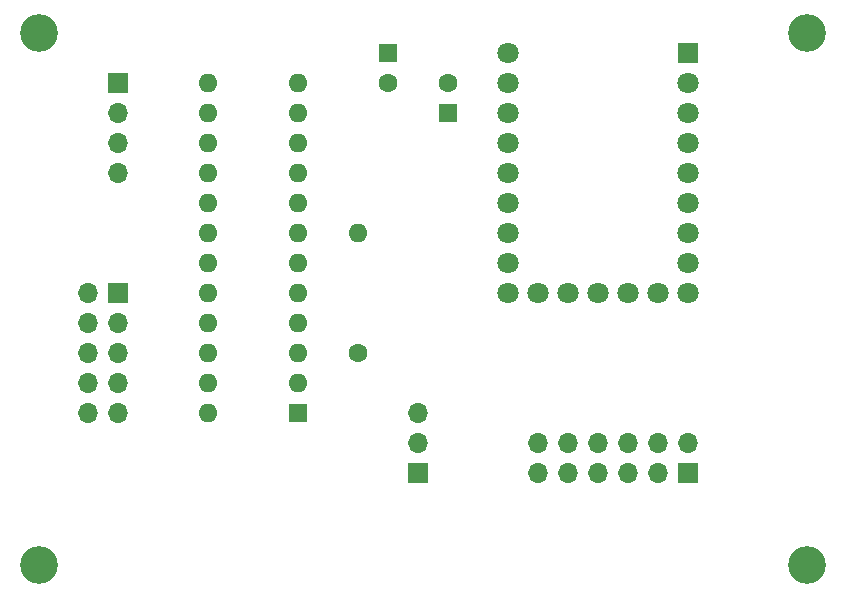
<source format=gbr>
%TF.GenerationSoftware,KiCad,Pcbnew,8.0.9-1.fc40*%
%TF.CreationDate,2025-06-27T18:33:30+02:00*%
%TF.ProjectId,simple-midi-controller,73696d70-6c65-42d6-9d69-64692d636f6e,rev?*%
%TF.SameCoordinates,Original*%
%TF.FileFunction,Soldermask,Bot*%
%TF.FilePolarity,Negative*%
%FSLAX46Y46*%
G04 Gerber Fmt 4.6, Leading zero omitted, Abs format (unit mm)*
G04 Created by KiCad (PCBNEW 8.0.9-1.fc40) date 2025-06-27 18:33:30*
%MOMM*%
%LPD*%
G01*
G04 APERTURE LIST*
%ADD10R,1.600000X1.600000*%
%ADD11C,1.600000*%
%ADD12R,1.700000X1.700000*%
%ADD13O,1.700000X1.700000*%
%ADD14C,3.200000*%
%ADD15O,1.600000X1.600000*%
%ADD16R,1.800000X1.800000*%
%ADD17C,1.800000*%
G04 APERTURE END LIST*
D10*
%TO.C,C2*%
X132080000Y-43180000D03*
D11*
X132080000Y-45680000D03*
%TD*%
D12*
%TO.C,J1*%
X157480000Y-78740000D03*
D13*
X157480000Y-76200000D03*
X154940000Y-78740000D03*
X154940000Y-76200000D03*
X152400000Y-78740000D03*
X152400000Y-76200000D03*
X149860000Y-78740000D03*
X149860000Y-76200000D03*
X147320000Y-78740000D03*
X147320000Y-76200000D03*
X144780000Y-78740000D03*
X144780000Y-76200000D03*
%TD*%
D14*
%TO.C,H3*%
X102500000Y-86500000D03*
%TD*%
D10*
%TO.C,U1*%
X124460000Y-73660000D03*
D15*
X124460000Y-71120000D03*
X124460000Y-68580000D03*
X124460000Y-66040000D03*
X124460000Y-63500000D03*
X124460000Y-60960000D03*
X124460000Y-58420000D03*
X124460000Y-55880000D03*
X124460000Y-53340000D03*
X124460000Y-50800000D03*
X124460000Y-48260000D03*
X124460000Y-45720000D03*
X116840000Y-45720000D03*
X116840000Y-48260000D03*
X116840000Y-50800000D03*
X116840000Y-53340000D03*
X116840000Y-55880000D03*
X116840000Y-58420000D03*
X116840000Y-60960000D03*
X116840000Y-63500000D03*
X116840000Y-66040000D03*
X116840000Y-68580000D03*
X116840000Y-71120000D03*
X116840000Y-73660000D03*
%TD*%
D14*
%TO.C,H4*%
X102500000Y-41500000D03*
%TD*%
D12*
%TO.C,J2*%
X134620000Y-78740000D03*
D13*
X134620000Y-76200000D03*
X134620000Y-73660000D03*
%TD*%
D12*
%TO.C,J4*%
X109220000Y-45720000D03*
D13*
X109220000Y-48260000D03*
X109220000Y-50800000D03*
X109220000Y-53340000D03*
%TD*%
D16*
%TO.C,U2*%
X157480000Y-43180000D03*
D17*
X157480000Y-45720000D03*
X157480000Y-48260000D03*
X157480000Y-50800000D03*
X157480000Y-53340000D03*
X157480000Y-55880000D03*
X157480000Y-58420000D03*
X157480000Y-60960000D03*
X157480000Y-63500000D03*
X154940000Y-63500000D03*
X152400000Y-63500000D03*
X149860000Y-63500000D03*
X147320000Y-63500000D03*
X144780000Y-63500000D03*
X142240000Y-63500000D03*
X142240000Y-60960000D03*
X142240000Y-58420000D03*
X142240000Y-55880000D03*
X142240000Y-53340000D03*
X142240000Y-50800000D03*
X142240000Y-48260000D03*
X142240000Y-45720000D03*
X142240000Y-43180000D03*
%TD*%
D12*
%TO.C,J3*%
X109220000Y-63500000D03*
D13*
X106680000Y-63500000D03*
X109220000Y-66040000D03*
X106680000Y-66040000D03*
X109220000Y-68580000D03*
X106680000Y-68580000D03*
X109220000Y-71120000D03*
X106680000Y-71120000D03*
X109220000Y-73660000D03*
X106680000Y-73660000D03*
%TD*%
D14*
%TO.C,H1*%
X167500000Y-41500000D03*
%TD*%
%TO.C,H2*%
X167500000Y-86500000D03*
%TD*%
D11*
%TO.C,R1*%
X129540000Y-68580000D03*
D15*
X129540000Y-58420000D03*
%TD*%
D10*
%TO.C,C1*%
X137160000Y-48220000D03*
D11*
X137160000Y-45720000D03*
%TD*%
M02*

</source>
